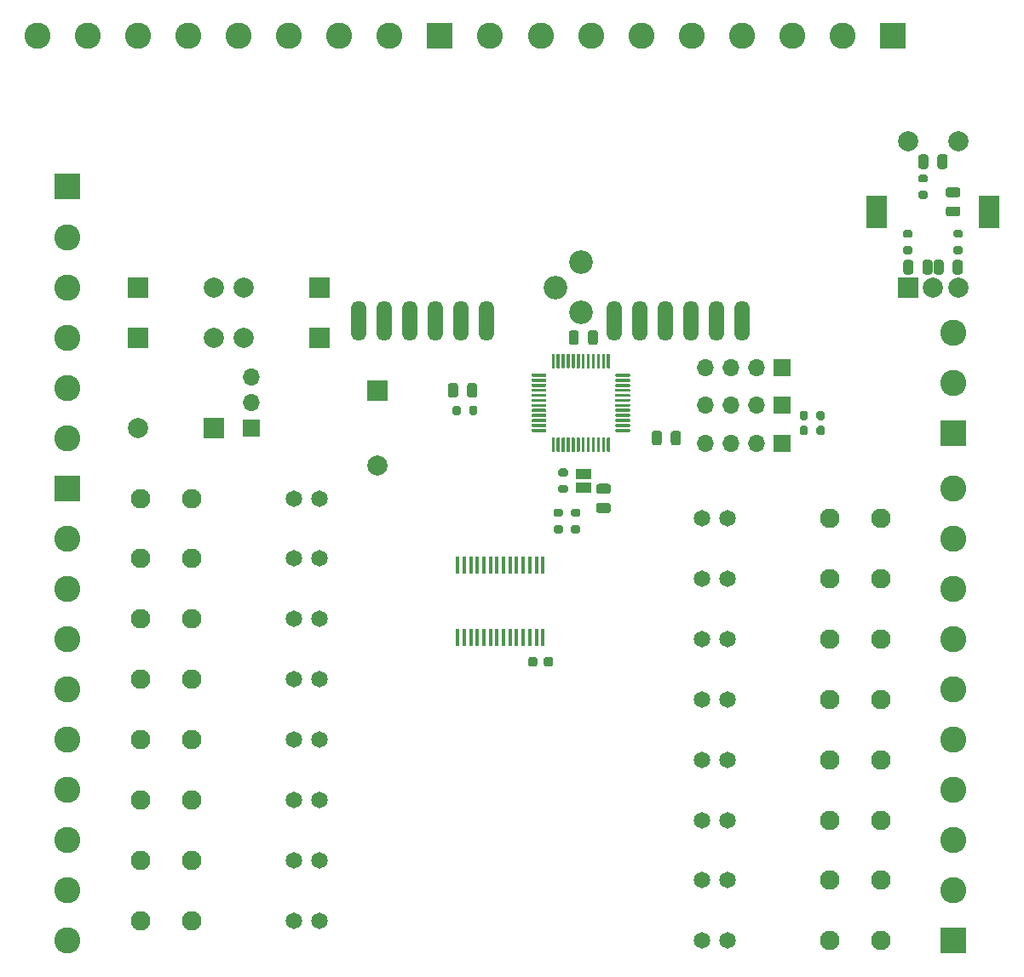
<source format=gbr>
%TF.GenerationSoftware,KiCad,Pcbnew,(5.1.10)-1*%
%TF.CreationDate,2021-06-11T23:30:18+03:00*%
%TF.ProjectId,chiller board,6368696c-6c65-4722-9062-6f6172642e6b,rev?*%
%TF.SameCoordinates,Original*%
%TF.FileFunction,Soldermask,Bot*%
%TF.FilePolarity,Negative*%
%FSLAX46Y46*%
G04 Gerber Fmt 4.6, Leading zero omitted, Abs format (unit mm)*
G04 Created by KiCad (PCBNEW (5.1.10)-1) date 2021-06-11 23:30:18*
%MOMM*%
%LPD*%
G01*
G04 APERTURE LIST*
%ADD10R,0.450000X1.750000*%
%ADD11O,1.700000X1.700000*%
%ADD12R,1.700000X1.700000*%
%ADD13C,1.650000*%
%ADD14C,1.950000*%
%ADD15R,2.000000X2.000000*%
%ADD16C,2.000000*%
%ADD17R,2.000000X3.200000*%
%ADD18O,1.501140X4.000500*%
%ADD19C,2.600000*%
%ADD20R,2.600000X2.600000*%
%ADD21C,2.340000*%
%ADD22R,1.500000X1.000000*%
G04 APERTURE END LIST*
D10*
%TO.C,U5*%
X117025000Y-100600000D03*
X117675000Y-100600000D03*
X118325000Y-100600000D03*
X118975000Y-100600000D03*
X119625000Y-100600000D03*
X120275000Y-100600000D03*
X120925000Y-100600000D03*
X121575000Y-100600000D03*
X122225000Y-100600000D03*
X122875000Y-100600000D03*
X123525000Y-100600000D03*
X124175000Y-100600000D03*
X124825000Y-100600000D03*
X125475000Y-100600000D03*
X125475000Y-93400000D03*
X124825000Y-93400000D03*
X124175000Y-93400000D03*
X123525000Y-93400000D03*
X122875000Y-93400000D03*
X122225000Y-93400000D03*
X121575000Y-93400000D03*
X120925000Y-93400000D03*
X120275000Y-93400000D03*
X119625000Y-93400000D03*
X118975000Y-93400000D03*
X118325000Y-93400000D03*
X117675000Y-93400000D03*
X117025000Y-93400000D03*
%TD*%
D11*
%TO.C,J2*%
X96500000Y-74670000D03*
X96500000Y-77210000D03*
D12*
X96500000Y-79750000D03*
%TD*%
D13*
%TO.C,K1*%
X103250000Y-86750000D03*
X100710000Y-86750000D03*
D14*
X90550000Y-86750000D03*
X85470000Y-86750000D03*
%TD*%
D15*
%TO.C,SW1*%
X161750000Y-65750000D03*
D16*
X164250000Y-65750000D03*
X166750000Y-65750000D03*
D17*
X158650000Y-58250000D03*
X169850000Y-58250000D03*
D16*
X161750000Y-51250000D03*
X166750000Y-51250000D03*
%TD*%
D18*
%TO.C,J1*%
X145251060Y-69050300D03*
X142711060Y-69050300D03*
X140171060Y-69050300D03*
X137631060Y-69050300D03*
X135091060Y-69050300D03*
X132551060Y-69050300D03*
X119851060Y-69050300D03*
X117311060Y-69050300D03*
X114771060Y-69050300D03*
X112231060Y-69050300D03*
X109691060Y-69050300D03*
X107151060Y-69050300D03*
%TD*%
D19*
%TO.C,J13*%
X166250000Y-70250000D03*
X166250000Y-75250000D03*
D20*
X166250000Y-80250000D03*
%TD*%
D19*
%TO.C,J6*%
X78250000Y-80750000D03*
X78250000Y-75750000D03*
X78250000Y-70750000D03*
X78250000Y-65750000D03*
X78250000Y-60750000D03*
D20*
X78250000Y-55750000D03*
%TD*%
D19*
%TO.C,J5*%
X120250000Y-40750000D03*
X125250000Y-40750000D03*
X130250000Y-40750000D03*
X135250000Y-40750000D03*
X140250000Y-40750000D03*
X145250000Y-40750000D03*
X150250000Y-40750000D03*
X155250000Y-40750000D03*
D20*
X160250000Y-40750000D03*
%TD*%
D19*
%TO.C,J3*%
X75250000Y-40750000D03*
X80250000Y-40750000D03*
X85250000Y-40750000D03*
X90250000Y-40750000D03*
X95250000Y-40750000D03*
X100250000Y-40750000D03*
X105250000Y-40750000D03*
X110250000Y-40750000D03*
D20*
X115250000Y-40750000D03*
%TD*%
%TO.C,R31*%
G36*
G01*
X162025000Y-60825000D02*
X161475000Y-60825000D01*
G75*
G02*
X161275000Y-60625000I0J200000D01*
G01*
X161275000Y-60225000D01*
G75*
G02*
X161475000Y-60025000I200000J0D01*
G01*
X162025000Y-60025000D01*
G75*
G02*
X162225000Y-60225000I0J-200000D01*
G01*
X162225000Y-60625000D01*
G75*
G02*
X162025000Y-60825000I-200000J0D01*
G01*
G37*
G36*
G01*
X162025000Y-62475000D02*
X161475000Y-62475000D01*
G75*
G02*
X161275000Y-62275000I0J200000D01*
G01*
X161275000Y-61875000D01*
G75*
G02*
X161475000Y-61675000I200000J0D01*
G01*
X162025000Y-61675000D01*
G75*
G02*
X162225000Y-61875000I0J-200000D01*
G01*
X162225000Y-62275000D01*
G75*
G02*
X162025000Y-62475000I-200000J0D01*
G01*
G37*
%TD*%
%TO.C,R30*%
G36*
G01*
X167025000Y-60825000D02*
X166475000Y-60825000D01*
G75*
G02*
X166275000Y-60625000I0J200000D01*
G01*
X166275000Y-60225000D01*
G75*
G02*
X166475000Y-60025000I200000J0D01*
G01*
X167025000Y-60025000D01*
G75*
G02*
X167225000Y-60225000I0J-200000D01*
G01*
X167225000Y-60625000D01*
G75*
G02*
X167025000Y-60825000I-200000J0D01*
G01*
G37*
G36*
G01*
X167025000Y-62475000D02*
X166475000Y-62475000D01*
G75*
G02*
X166275000Y-62275000I0J200000D01*
G01*
X166275000Y-61875000D01*
G75*
G02*
X166475000Y-61675000I200000J0D01*
G01*
X167025000Y-61675000D01*
G75*
G02*
X167225000Y-61875000I0J-200000D01*
G01*
X167225000Y-62275000D01*
G75*
G02*
X167025000Y-62475000I-200000J0D01*
G01*
G37*
%TD*%
%TO.C,R29*%
G36*
G01*
X162975000Y-56175000D02*
X163525000Y-56175000D01*
G75*
G02*
X163725000Y-56375000I0J-200000D01*
G01*
X163725000Y-56775000D01*
G75*
G02*
X163525000Y-56975000I-200000J0D01*
G01*
X162975000Y-56975000D01*
G75*
G02*
X162775000Y-56775000I0J200000D01*
G01*
X162775000Y-56375000D01*
G75*
G02*
X162975000Y-56175000I200000J0D01*
G01*
G37*
G36*
G01*
X162975000Y-54525000D02*
X163525000Y-54525000D01*
G75*
G02*
X163725000Y-54725000I0J-200000D01*
G01*
X163725000Y-55125000D01*
G75*
G02*
X163525000Y-55325000I-200000J0D01*
G01*
X162975000Y-55325000D01*
G75*
G02*
X162775000Y-55125000I0J200000D01*
G01*
X162775000Y-54725000D01*
G75*
G02*
X162975000Y-54525000I200000J0D01*
G01*
G37*
%TD*%
%TO.C,R28*%
G36*
G01*
X118175000Y-78275000D02*
X118175000Y-77725000D01*
G75*
G02*
X118375000Y-77525000I200000J0D01*
G01*
X118775000Y-77525000D01*
G75*
G02*
X118975000Y-77725000I0J-200000D01*
G01*
X118975000Y-78275000D01*
G75*
G02*
X118775000Y-78475000I-200000J0D01*
G01*
X118375000Y-78475000D01*
G75*
G02*
X118175000Y-78275000I0J200000D01*
G01*
G37*
G36*
G01*
X116525000Y-78275000D02*
X116525000Y-77725000D01*
G75*
G02*
X116725000Y-77525000I200000J0D01*
G01*
X117125000Y-77525000D01*
G75*
G02*
X117325000Y-77725000I0J-200000D01*
G01*
X117325000Y-78275000D01*
G75*
G02*
X117125000Y-78475000I-200000J0D01*
G01*
X116725000Y-78475000D01*
G75*
G02*
X116525000Y-78275000I0J200000D01*
G01*
G37*
%TD*%
%TO.C,R27*%
G36*
G01*
X127775000Y-84575000D02*
X127225000Y-84575000D01*
G75*
G02*
X127025000Y-84375000I0J200000D01*
G01*
X127025000Y-83975000D01*
G75*
G02*
X127225000Y-83775000I200000J0D01*
G01*
X127775000Y-83775000D01*
G75*
G02*
X127975000Y-83975000I0J-200000D01*
G01*
X127975000Y-84375000D01*
G75*
G02*
X127775000Y-84575000I-200000J0D01*
G01*
G37*
G36*
G01*
X127775000Y-86225000D02*
X127225000Y-86225000D01*
G75*
G02*
X127025000Y-86025000I0J200000D01*
G01*
X127025000Y-85625000D01*
G75*
G02*
X127225000Y-85425000I200000J0D01*
G01*
X127775000Y-85425000D01*
G75*
G02*
X127975000Y-85625000I0J-200000D01*
G01*
X127975000Y-86025000D01*
G75*
G02*
X127775000Y-86225000I-200000J0D01*
G01*
G37*
%TD*%
%TO.C,R26*%
G36*
G01*
X151825000Y-79725000D02*
X151825000Y-80275000D01*
G75*
G02*
X151625000Y-80475000I-200000J0D01*
G01*
X151225000Y-80475000D01*
G75*
G02*
X151025000Y-80275000I0J200000D01*
G01*
X151025000Y-79725000D01*
G75*
G02*
X151225000Y-79525000I200000J0D01*
G01*
X151625000Y-79525000D01*
G75*
G02*
X151825000Y-79725000I0J-200000D01*
G01*
G37*
G36*
G01*
X153475000Y-79725000D02*
X153475000Y-80275000D01*
G75*
G02*
X153275000Y-80475000I-200000J0D01*
G01*
X152875000Y-80475000D01*
G75*
G02*
X152675000Y-80275000I0J200000D01*
G01*
X152675000Y-79725000D01*
G75*
G02*
X152875000Y-79525000I200000J0D01*
G01*
X153275000Y-79525000D01*
G75*
G02*
X153475000Y-79725000I0J-200000D01*
G01*
G37*
%TD*%
%TO.C,R25*%
G36*
G01*
X151825000Y-78225000D02*
X151825000Y-78775000D01*
G75*
G02*
X151625000Y-78975000I-200000J0D01*
G01*
X151225000Y-78975000D01*
G75*
G02*
X151025000Y-78775000I0J200000D01*
G01*
X151025000Y-78225000D01*
G75*
G02*
X151225000Y-78025000I200000J0D01*
G01*
X151625000Y-78025000D01*
G75*
G02*
X151825000Y-78225000I0J-200000D01*
G01*
G37*
G36*
G01*
X153475000Y-78225000D02*
X153475000Y-78775000D01*
G75*
G02*
X153275000Y-78975000I-200000J0D01*
G01*
X152875000Y-78975000D01*
G75*
G02*
X152675000Y-78775000I0J200000D01*
G01*
X152675000Y-78225000D01*
G75*
G02*
X152875000Y-78025000I200000J0D01*
G01*
X153275000Y-78025000D01*
G75*
G02*
X153475000Y-78225000I0J-200000D01*
G01*
G37*
%TD*%
%TO.C,R24*%
G36*
G01*
X129025000Y-88575000D02*
X128475000Y-88575000D01*
G75*
G02*
X128275000Y-88375000I0J200000D01*
G01*
X128275000Y-87975000D01*
G75*
G02*
X128475000Y-87775000I200000J0D01*
G01*
X129025000Y-87775000D01*
G75*
G02*
X129225000Y-87975000I0J-200000D01*
G01*
X129225000Y-88375000D01*
G75*
G02*
X129025000Y-88575000I-200000J0D01*
G01*
G37*
G36*
G01*
X129025000Y-90225000D02*
X128475000Y-90225000D01*
G75*
G02*
X128275000Y-90025000I0J200000D01*
G01*
X128275000Y-89625000D01*
G75*
G02*
X128475000Y-89425000I200000J0D01*
G01*
X129025000Y-89425000D01*
G75*
G02*
X129225000Y-89625000I0J-200000D01*
G01*
X129225000Y-90025000D01*
G75*
G02*
X129025000Y-90225000I-200000J0D01*
G01*
G37*
%TD*%
%TO.C,R23*%
G36*
G01*
X127275000Y-88575000D02*
X126725000Y-88575000D01*
G75*
G02*
X126525000Y-88375000I0J200000D01*
G01*
X126525000Y-87975000D01*
G75*
G02*
X126725000Y-87775000I200000J0D01*
G01*
X127275000Y-87775000D01*
G75*
G02*
X127475000Y-87975000I0J-200000D01*
G01*
X127475000Y-88375000D01*
G75*
G02*
X127275000Y-88575000I-200000J0D01*
G01*
G37*
G36*
G01*
X127275000Y-90225000D02*
X126725000Y-90225000D01*
G75*
G02*
X126525000Y-90025000I0J200000D01*
G01*
X126525000Y-89625000D01*
G75*
G02*
X126725000Y-89425000I200000J0D01*
G01*
X127275000Y-89425000D01*
G75*
G02*
X127475000Y-89625000I0J-200000D01*
G01*
X127475000Y-90025000D01*
G75*
G02*
X127275000Y-90225000I-200000J0D01*
G01*
G37*
%TD*%
%TO.C,U3*%
G36*
G01*
X124350000Y-80075000D02*
X124350000Y-79925000D01*
G75*
G02*
X124425000Y-79850000I75000J0D01*
G01*
X125750000Y-79850000D01*
G75*
G02*
X125825000Y-79925000I0J-75000D01*
G01*
X125825000Y-80075000D01*
G75*
G02*
X125750000Y-80150000I-75000J0D01*
G01*
X124425000Y-80150000D01*
G75*
G02*
X124350000Y-80075000I0J75000D01*
G01*
G37*
G36*
G01*
X124350000Y-79575000D02*
X124350000Y-79425000D01*
G75*
G02*
X124425000Y-79350000I75000J0D01*
G01*
X125750000Y-79350000D01*
G75*
G02*
X125825000Y-79425000I0J-75000D01*
G01*
X125825000Y-79575000D01*
G75*
G02*
X125750000Y-79650000I-75000J0D01*
G01*
X124425000Y-79650000D01*
G75*
G02*
X124350000Y-79575000I0J75000D01*
G01*
G37*
G36*
G01*
X124350000Y-79075000D02*
X124350000Y-78925000D01*
G75*
G02*
X124425000Y-78850000I75000J0D01*
G01*
X125750000Y-78850000D01*
G75*
G02*
X125825000Y-78925000I0J-75000D01*
G01*
X125825000Y-79075000D01*
G75*
G02*
X125750000Y-79150000I-75000J0D01*
G01*
X124425000Y-79150000D01*
G75*
G02*
X124350000Y-79075000I0J75000D01*
G01*
G37*
G36*
G01*
X124350000Y-78575000D02*
X124350000Y-78425000D01*
G75*
G02*
X124425000Y-78350000I75000J0D01*
G01*
X125750000Y-78350000D01*
G75*
G02*
X125825000Y-78425000I0J-75000D01*
G01*
X125825000Y-78575000D01*
G75*
G02*
X125750000Y-78650000I-75000J0D01*
G01*
X124425000Y-78650000D01*
G75*
G02*
X124350000Y-78575000I0J75000D01*
G01*
G37*
G36*
G01*
X124350000Y-78075000D02*
X124350000Y-77925000D01*
G75*
G02*
X124425000Y-77850000I75000J0D01*
G01*
X125750000Y-77850000D01*
G75*
G02*
X125825000Y-77925000I0J-75000D01*
G01*
X125825000Y-78075000D01*
G75*
G02*
X125750000Y-78150000I-75000J0D01*
G01*
X124425000Y-78150000D01*
G75*
G02*
X124350000Y-78075000I0J75000D01*
G01*
G37*
G36*
G01*
X124350000Y-77575000D02*
X124350000Y-77425000D01*
G75*
G02*
X124425000Y-77350000I75000J0D01*
G01*
X125750000Y-77350000D01*
G75*
G02*
X125825000Y-77425000I0J-75000D01*
G01*
X125825000Y-77575000D01*
G75*
G02*
X125750000Y-77650000I-75000J0D01*
G01*
X124425000Y-77650000D01*
G75*
G02*
X124350000Y-77575000I0J75000D01*
G01*
G37*
G36*
G01*
X124350000Y-77075000D02*
X124350000Y-76925000D01*
G75*
G02*
X124425000Y-76850000I75000J0D01*
G01*
X125750000Y-76850000D01*
G75*
G02*
X125825000Y-76925000I0J-75000D01*
G01*
X125825000Y-77075000D01*
G75*
G02*
X125750000Y-77150000I-75000J0D01*
G01*
X124425000Y-77150000D01*
G75*
G02*
X124350000Y-77075000I0J75000D01*
G01*
G37*
G36*
G01*
X124350000Y-76575000D02*
X124350000Y-76425000D01*
G75*
G02*
X124425000Y-76350000I75000J0D01*
G01*
X125750000Y-76350000D01*
G75*
G02*
X125825000Y-76425000I0J-75000D01*
G01*
X125825000Y-76575000D01*
G75*
G02*
X125750000Y-76650000I-75000J0D01*
G01*
X124425000Y-76650000D01*
G75*
G02*
X124350000Y-76575000I0J75000D01*
G01*
G37*
G36*
G01*
X124350000Y-76075000D02*
X124350000Y-75925000D01*
G75*
G02*
X124425000Y-75850000I75000J0D01*
G01*
X125750000Y-75850000D01*
G75*
G02*
X125825000Y-75925000I0J-75000D01*
G01*
X125825000Y-76075000D01*
G75*
G02*
X125750000Y-76150000I-75000J0D01*
G01*
X124425000Y-76150000D01*
G75*
G02*
X124350000Y-76075000I0J75000D01*
G01*
G37*
G36*
G01*
X124350000Y-75575000D02*
X124350000Y-75425000D01*
G75*
G02*
X124425000Y-75350000I75000J0D01*
G01*
X125750000Y-75350000D01*
G75*
G02*
X125825000Y-75425000I0J-75000D01*
G01*
X125825000Y-75575000D01*
G75*
G02*
X125750000Y-75650000I-75000J0D01*
G01*
X124425000Y-75650000D01*
G75*
G02*
X124350000Y-75575000I0J75000D01*
G01*
G37*
G36*
G01*
X124350000Y-75075000D02*
X124350000Y-74925000D01*
G75*
G02*
X124425000Y-74850000I75000J0D01*
G01*
X125750000Y-74850000D01*
G75*
G02*
X125825000Y-74925000I0J-75000D01*
G01*
X125825000Y-75075000D01*
G75*
G02*
X125750000Y-75150000I-75000J0D01*
G01*
X124425000Y-75150000D01*
G75*
G02*
X124350000Y-75075000I0J75000D01*
G01*
G37*
G36*
G01*
X124350000Y-74575000D02*
X124350000Y-74425000D01*
G75*
G02*
X124425000Y-74350000I75000J0D01*
G01*
X125750000Y-74350000D01*
G75*
G02*
X125825000Y-74425000I0J-75000D01*
G01*
X125825000Y-74575000D01*
G75*
G02*
X125750000Y-74650000I-75000J0D01*
G01*
X124425000Y-74650000D01*
G75*
G02*
X124350000Y-74575000I0J75000D01*
G01*
G37*
G36*
G01*
X126350000Y-73750000D02*
X126350000Y-72425000D01*
G75*
G02*
X126425000Y-72350000I75000J0D01*
G01*
X126575000Y-72350000D01*
G75*
G02*
X126650000Y-72425000I0J-75000D01*
G01*
X126650000Y-73750000D01*
G75*
G02*
X126575000Y-73825000I-75000J0D01*
G01*
X126425000Y-73825000D01*
G75*
G02*
X126350000Y-73750000I0J75000D01*
G01*
G37*
G36*
G01*
X126850000Y-73750000D02*
X126850000Y-72425000D01*
G75*
G02*
X126925000Y-72350000I75000J0D01*
G01*
X127075000Y-72350000D01*
G75*
G02*
X127150000Y-72425000I0J-75000D01*
G01*
X127150000Y-73750000D01*
G75*
G02*
X127075000Y-73825000I-75000J0D01*
G01*
X126925000Y-73825000D01*
G75*
G02*
X126850000Y-73750000I0J75000D01*
G01*
G37*
G36*
G01*
X127350000Y-73750000D02*
X127350000Y-72425000D01*
G75*
G02*
X127425000Y-72350000I75000J0D01*
G01*
X127575000Y-72350000D01*
G75*
G02*
X127650000Y-72425000I0J-75000D01*
G01*
X127650000Y-73750000D01*
G75*
G02*
X127575000Y-73825000I-75000J0D01*
G01*
X127425000Y-73825000D01*
G75*
G02*
X127350000Y-73750000I0J75000D01*
G01*
G37*
G36*
G01*
X127850000Y-73750000D02*
X127850000Y-72425000D01*
G75*
G02*
X127925000Y-72350000I75000J0D01*
G01*
X128075000Y-72350000D01*
G75*
G02*
X128150000Y-72425000I0J-75000D01*
G01*
X128150000Y-73750000D01*
G75*
G02*
X128075000Y-73825000I-75000J0D01*
G01*
X127925000Y-73825000D01*
G75*
G02*
X127850000Y-73750000I0J75000D01*
G01*
G37*
G36*
G01*
X128350000Y-73750000D02*
X128350000Y-72425000D01*
G75*
G02*
X128425000Y-72350000I75000J0D01*
G01*
X128575000Y-72350000D01*
G75*
G02*
X128650000Y-72425000I0J-75000D01*
G01*
X128650000Y-73750000D01*
G75*
G02*
X128575000Y-73825000I-75000J0D01*
G01*
X128425000Y-73825000D01*
G75*
G02*
X128350000Y-73750000I0J75000D01*
G01*
G37*
G36*
G01*
X128850000Y-73750000D02*
X128850000Y-72425000D01*
G75*
G02*
X128925000Y-72350000I75000J0D01*
G01*
X129075000Y-72350000D01*
G75*
G02*
X129150000Y-72425000I0J-75000D01*
G01*
X129150000Y-73750000D01*
G75*
G02*
X129075000Y-73825000I-75000J0D01*
G01*
X128925000Y-73825000D01*
G75*
G02*
X128850000Y-73750000I0J75000D01*
G01*
G37*
G36*
G01*
X129350000Y-73750000D02*
X129350000Y-72425000D01*
G75*
G02*
X129425000Y-72350000I75000J0D01*
G01*
X129575000Y-72350000D01*
G75*
G02*
X129650000Y-72425000I0J-75000D01*
G01*
X129650000Y-73750000D01*
G75*
G02*
X129575000Y-73825000I-75000J0D01*
G01*
X129425000Y-73825000D01*
G75*
G02*
X129350000Y-73750000I0J75000D01*
G01*
G37*
G36*
G01*
X129850000Y-73750000D02*
X129850000Y-72425000D01*
G75*
G02*
X129925000Y-72350000I75000J0D01*
G01*
X130075000Y-72350000D01*
G75*
G02*
X130150000Y-72425000I0J-75000D01*
G01*
X130150000Y-73750000D01*
G75*
G02*
X130075000Y-73825000I-75000J0D01*
G01*
X129925000Y-73825000D01*
G75*
G02*
X129850000Y-73750000I0J75000D01*
G01*
G37*
G36*
G01*
X130350000Y-73750000D02*
X130350000Y-72425000D01*
G75*
G02*
X130425000Y-72350000I75000J0D01*
G01*
X130575000Y-72350000D01*
G75*
G02*
X130650000Y-72425000I0J-75000D01*
G01*
X130650000Y-73750000D01*
G75*
G02*
X130575000Y-73825000I-75000J0D01*
G01*
X130425000Y-73825000D01*
G75*
G02*
X130350000Y-73750000I0J75000D01*
G01*
G37*
G36*
G01*
X130850000Y-73750000D02*
X130850000Y-72425000D01*
G75*
G02*
X130925000Y-72350000I75000J0D01*
G01*
X131075000Y-72350000D01*
G75*
G02*
X131150000Y-72425000I0J-75000D01*
G01*
X131150000Y-73750000D01*
G75*
G02*
X131075000Y-73825000I-75000J0D01*
G01*
X130925000Y-73825000D01*
G75*
G02*
X130850000Y-73750000I0J75000D01*
G01*
G37*
G36*
G01*
X131350000Y-73750000D02*
X131350000Y-72425000D01*
G75*
G02*
X131425000Y-72350000I75000J0D01*
G01*
X131575000Y-72350000D01*
G75*
G02*
X131650000Y-72425000I0J-75000D01*
G01*
X131650000Y-73750000D01*
G75*
G02*
X131575000Y-73825000I-75000J0D01*
G01*
X131425000Y-73825000D01*
G75*
G02*
X131350000Y-73750000I0J75000D01*
G01*
G37*
G36*
G01*
X131850000Y-73750000D02*
X131850000Y-72425000D01*
G75*
G02*
X131925000Y-72350000I75000J0D01*
G01*
X132075000Y-72350000D01*
G75*
G02*
X132150000Y-72425000I0J-75000D01*
G01*
X132150000Y-73750000D01*
G75*
G02*
X132075000Y-73825000I-75000J0D01*
G01*
X131925000Y-73825000D01*
G75*
G02*
X131850000Y-73750000I0J75000D01*
G01*
G37*
G36*
G01*
X132675000Y-74575000D02*
X132675000Y-74425000D01*
G75*
G02*
X132750000Y-74350000I75000J0D01*
G01*
X134075000Y-74350000D01*
G75*
G02*
X134150000Y-74425000I0J-75000D01*
G01*
X134150000Y-74575000D01*
G75*
G02*
X134075000Y-74650000I-75000J0D01*
G01*
X132750000Y-74650000D01*
G75*
G02*
X132675000Y-74575000I0J75000D01*
G01*
G37*
G36*
G01*
X132675000Y-75075000D02*
X132675000Y-74925000D01*
G75*
G02*
X132750000Y-74850000I75000J0D01*
G01*
X134075000Y-74850000D01*
G75*
G02*
X134150000Y-74925000I0J-75000D01*
G01*
X134150000Y-75075000D01*
G75*
G02*
X134075000Y-75150000I-75000J0D01*
G01*
X132750000Y-75150000D01*
G75*
G02*
X132675000Y-75075000I0J75000D01*
G01*
G37*
G36*
G01*
X132675000Y-75575000D02*
X132675000Y-75425000D01*
G75*
G02*
X132750000Y-75350000I75000J0D01*
G01*
X134075000Y-75350000D01*
G75*
G02*
X134150000Y-75425000I0J-75000D01*
G01*
X134150000Y-75575000D01*
G75*
G02*
X134075000Y-75650000I-75000J0D01*
G01*
X132750000Y-75650000D01*
G75*
G02*
X132675000Y-75575000I0J75000D01*
G01*
G37*
G36*
G01*
X132675000Y-76075000D02*
X132675000Y-75925000D01*
G75*
G02*
X132750000Y-75850000I75000J0D01*
G01*
X134075000Y-75850000D01*
G75*
G02*
X134150000Y-75925000I0J-75000D01*
G01*
X134150000Y-76075000D01*
G75*
G02*
X134075000Y-76150000I-75000J0D01*
G01*
X132750000Y-76150000D01*
G75*
G02*
X132675000Y-76075000I0J75000D01*
G01*
G37*
G36*
G01*
X132675000Y-76575000D02*
X132675000Y-76425000D01*
G75*
G02*
X132750000Y-76350000I75000J0D01*
G01*
X134075000Y-76350000D01*
G75*
G02*
X134150000Y-76425000I0J-75000D01*
G01*
X134150000Y-76575000D01*
G75*
G02*
X134075000Y-76650000I-75000J0D01*
G01*
X132750000Y-76650000D01*
G75*
G02*
X132675000Y-76575000I0J75000D01*
G01*
G37*
G36*
G01*
X132675000Y-77075000D02*
X132675000Y-76925000D01*
G75*
G02*
X132750000Y-76850000I75000J0D01*
G01*
X134075000Y-76850000D01*
G75*
G02*
X134150000Y-76925000I0J-75000D01*
G01*
X134150000Y-77075000D01*
G75*
G02*
X134075000Y-77150000I-75000J0D01*
G01*
X132750000Y-77150000D01*
G75*
G02*
X132675000Y-77075000I0J75000D01*
G01*
G37*
G36*
G01*
X132675000Y-77575000D02*
X132675000Y-77425000D01*
G75*
G02*
X132750000Y-77350000I75000J0D01*
G01*
X134075000Y-77350000D01*
G75*
G02*
X134150000Y-77425000I0J-75000D01*
G01*
X134150000Y-77575000D01*
G75*
G02*
X134075000Y-77650000I-75000J0D01*
G01*
X132750000Y-77650000D01*
G75*
G02*
X132675000Y-77575000I0J75000D01*
G01*
G37*
G36*
G01*
X132675000Y-78075000D02*
X132675000Y-77925000D01*
G75*
G02*
X132750000Y-77850000I75000J0D01*
G01*
X134075000Y-77850000D01*
G75*
G02*
X134150000Y-77925000I0J-75000D01*
G01*
X134150000Y-78075000D01*
G75*
G02*
X134075000Y-78150000I-75000J0D01*
G01*
X132750000Y-78150000D01*
G75*
G02*
X132675000Y-78075000I0J75000D01*
G01*
G37*
G36*
G01*
X132675000Y-78575000D02*
X132675000Y-78425000D01*
G75*
G02*
X132750000Y-78350000I75000J0D01*
G01*
X134075000Y-78350000D01*
G75*
G02*
X134150000Y-78425000I0J-75000D01*
G01*
X134150000Y-78575000D01*
G75*
G02*
X134075000Y-78650000I-75000J0D01*
G01*
X132750000Y-78650000D01*
G75*
G02*
X132675000Y-78575000I0J75000D01*
G01*
G37*
G36*
G01*
X132675000Y-79075000D02*
X132675000Y-78925000D01*
G75*
G02*
X132750000Y-78850000I75000J0D01*
G01*
X134075000Y-78850000D01*
G75*
G02*
X134150000Y-78925000I0J-75000D01*
G01*
X134150000Y-79075000D01*
G75*
G02*
X134075000Y-79150000I-75000J0D01*
G01*
X132750000Y-79150000D01*
G75*
G02*
X132675000Y-79075000I0J75000D01*
G01*
G37*
G36*
G01*
X132675000Y-79575000D02*
X132675000Y-79425000D01*
G75*
G02*
X132750000Y-79350000I75000J0D01*
G01*
X134075000Y-79350000D01*
G75*
G02*
X134150000Y-79425000I0J-75000D01*
G01*
X134150000Y-79575000D01*
G75*
G02*
X134075000Y-79650000I-75000J0D01*
G01*
X132750000Y-79650000D01*
G75*
G02*
X132675000Y-79575000I0J75000D01*
G01*
G37*
G36*
G01*
X132675000Y-80075000D02*
X132675000Y-79925000D01*
G75*
G02*
X132750000Y-79850000I75000J0D01*
G01*
X134075000Y-79850000D01*
G75*
G02*
X134150000Y-79925000I0J-75000D01*
G01*
X134150000Y-80075000D01*
G75*
G02*
X134075000Y-80150000I-75000J0D01*
G01*
X132750000Y-80150000D01*
G75*
G02*
X132675000Y-80075000I0J75000D01*
G01*
G37*
G36*
G01*
X131850000Y-82075000D02*
X131850000Y-80750000D01*
G75*
G02*
X131925000Y-80675000I75000J0D01*
G01*
X132075000Y-80675000D01*
G75*
G02*
X132150000Y-80750000I0J-75000D01*
G01*
X132150000Y-82075000D01*
G75*
G02*
X132075000Y-82150000I-75000J0D01*
G01*
X131925000Y-82150000D01*
G75*
G02*
X131850000Y-82075000I0J75000D01*
G01*
G37*
G36*
G01*
X131350000Y-82075000D02*
X131350000Y-80750000D01*
G75*
G02*
X131425000Y-80675000I75000J0D01*
G01*
X131575000Y-80675000D01*
G75*
G02*
X131650000Y-80750000I0J-75000D01*
G01*
X131650000Y-82075000D01*
G75*
G02*
X131575000Y-82150000I-75000J0D01*
G01*
X131425000Y-82150000D01*
G75*
G02*
X131350000Y-82075000I0J75000D01*
G01*
G37*
G36*
G01*
X130850000Y-82075000D02*
X130850000Y-80750000D01*
G75*
G02*
X130925000Y-80675000I75000J0D01*
G01*
X131075000Y-80675000D01*
G75*
G02*
X131150000Y-80750000I0J-75000D01*
G01*
X131150000Y-82075000D01*
G75*
G02*
X131075000Y-82150000I-75000J0D01*
G01*
X130925000Y-82150000D01*
G75*
G02*
X130850000Y-82075000I0J75000D01*
G01*
G37*
G36*
G01*
X130350000Y-82075000D02*
X130350000Y-80750000D01*
G75*
G02*
X130425000Y-80675000I75000J0D01*
G01*
X130575000Y-80675000D01*
G75*
G02*
X130650000Y-80750000I0J-75000D01*
G01*
X130650000Y-82075000D01*
G75*
G02*
X130575000Y-82150000I-75000J0D01*
G01*
X130425000Y-82150000D01*
G75*
G02*
X130350000Y-82075000I0J75000D01*
G01*
G37*
G36*
G01*
X129850000Y-82075000D02*
X129850000Y-80750000D01*
G75*
G02*
X129925000Y-80675000I75000J0D01*
G01*
X130075000Y-80675000D01*
G75*
G02*
X130150000Y-80750000I0J-75000D01*
G01*
X130150000Y-82075000D01*
G75*
G02*
X130075000Y-82150000I-75000J0D01*
G01*
X129925000Y-82150000D01*
G75*
G02*
X129850000Y-82075000I0J75000D01*
G01*
G37*
G36*
G01*
X129350000Y-82075000D02*
X129350000Y-80750000D01*
G75*
G02*
X129425000Y-80675000I75000J0D01*
G01*
X129575000Y-80675000D01*
G75*
G02*
X129650000Y-80750000I0J-75000D01*
G01*
X129650000Y-82075000D01*
G75*
G02*
X129575000Y-82150000I-75000J0D01*
G01*
X129425000Y-82150000D01*
G75*
G02*
X129350000Y-82075000I0J75000D01*
G01*
G37*
G36*
G01*
X128850000Y-82075000D02*
X128850000Y-80750000D01*
G75*
G02*
X128925000Y-80675000I75000J0D01*
G01*
X129075000Y-80675000D01*
G75*
G02*
X129150000Y-80750000I0J-75000D01*
G01*
X129150000Y-82075000D01*
G75*
G02*
X129075000Y-82150000I-75000J0D01*
G01*
X128925000Y-82150000D01*
G75*
G02*
X128850000Y-82075000I0J75000D01*
G01*
G37*
G36*
G01*
X128350000Y-82075000D02*
X128350000Y-80750000D01*
G75*
G02*
X128425000Y-80675000I75000J0D01*
G01*
X128575000Y-80675000D01*
G75*
G02*
X128650000Y-80750000I0J-75000D01*
G01*
X128650000Y-82075000D01*
G75*
G02*
X128575000Y-82150000I-75000J0D01*
G01*
X128425000Y-82150000D01*
G75*
G02*
X128350000Y-82075000I0J75000D01*
G01*
G37*
G36*
G01*
X127850000Y-82075000D02*
X127850000Y-80750000D01*
G75*
G02*
X127925000Y-80675000I75000J0D01*
G01*
X128075000Y-80675000D01*
G75*
G02*
X128150000Y-80750000I0J-75000D01*
G01*
X128150000Y-82075000D01*
G75*
G02*
X128075000Y-82150000I-75000J0D01*
G01*
X127925000Y-82150000D01*
G75*
G02*
X127850000Y-82075000I0J75000D01*
G01*
G37*
G36*
G01*
X127350000Y-82075000D02*
X127350000Y-80750000D01*
G75*
G02*
X127425000Y-80675000I75000J0D01*
G01*
X127575000Y-80675000D01*
G75*
G02*
X127650000Y-80750000I0J-75000D01*
G01*
X127650000Y-82075000D01*
G75*
G02*
X127575000Y-82150000I-75000J0D01*
G01*
X127425000Y-82150000D01*
G75*
G02*
X127350000Y-82075000I0J75000D01*
G01*
G37*
G36*
G01*
X126850000Y-82075000D02*
X126850000Y-80750000D01*
G75*
G02*
X126925000Y-80675000I75000J0D01*
G01*
X127075000Y-80675000D01*
G75*
G02*
X127150000Y-80750000I0J-75000D01*
G01*
X127150000Y-82075000D01*
G75*
G02*
X127075000Y-82150000I-75000J0D01*
G01*
X126925000Y-82150000D01*
G75*
G02*
X126850000Y-82075000I0J75000D01*
G01*
G37*
G36*
G01*
X126350000Y-82075000D02*
X126350000Y-80750000D01*
G75*
G02*
X126425000Y-80675000I75000J0D01*
G01*
X126575000Y-80675000D01*
G75*
G02*
X126650000Y-80750000I0J-75000D01*
G01*
X126650000Y-82075000D01*
G75*
G02*
X126575000Y-82150000I-75000J0D01*
G01*
X126425000Y-82150000D01*
G75*
G02*
X126350000Y-82075000I0J75000D01*
G01*
G37*
%TD*%
D21*
%TO.C,RV1*%
X129250000Y-68250000D03*
X126750000Y-65750000D03*
X129250000Y-63250000D03*
%TD*%
D13*
%TO.C,K16*%
X141250000Y-130750000D03*
X143790000Y-130750000D03*
D14*
X153950000Y-130750000D03*
X159030000Y-130750000D03*
%TD*%
D13*
%TO.C,K15*%
X141250000Y-124750000D03*
X143790000Y-124750000D03*
D14*
X153950000Y-124750000D03*
X159030000Y-124750000D03*
%TD*%
D13*
%TO.C,K14*%
X141250000Y-118750000D03*
X143790000Y-118750000D03*
D14*
X153950000Y-118750000D03*
X159030000Y-118750000D03*
%TD*%
D13*
%TO.C,K13*%
X141250000Y-112750000D03*
X143790000Y-112750000D03*
D14*
X153950000Y-112750000D03*
X159030000Y-112750000D03*
%TD*%
D13*
%TO.C,K12*%
X141250000Y-106750000D03*
X143790000Y-106750000D03*
D14*
X153950000Y-106750000D03*
X159030000Y-106750000D03*
%TD*%
D13*
%TO.C,K11*%
X141250000Y-100750000D03*
X143790000Y-100750000D03*
D14*
X153950000Y-100750000D03*
X159030000Y-100750000D03*
%TD*%
D13*
%TO.C,K10*%
X141250000Y-94750000D03*
X143790000Y-94750000D03*
D14*
X153950000Y-94750000D03*
X159030000Y-94750000D03*
%TD*%
D13*
%TO.C,K9*%
X141250000Y-88750000D03*
X143790000Y-88750000D03*
D14*
X153950000Y-88750000D03*
X159030000Y-88750000D03*
%TD*%
D13*
%TO.C,K8*%
X103250000Y-128750000D03*
X100710000Y-128750000D03*
D14*
X90550000Y-128750000D03*
X85470000Y-128750000D03*
%TD*%
D13*
%TO.C,K7*%
X103250000Y-122750000D03*
X100710000Y-122750000D03*
D14*
X90550000Y-122750000D03*
X85470000Y-122750000D03*
%TD*%
D13*
%TO.C,K6*%
X103250000Y-116750000D03*
X100710000Y-116750000D03*
D14*
X90550000Y-116750000D03*
X85470000Y-116750000D03*
%TD*%
D13*
%TO.C,K5*%
X103250000Y-110750000D03*
X100710000Y-110750000D03*
D14*
X90550000Y-110750000D03*
X85470000Y-110750000D03*
%TD*%
D13*
%TO.C,K4*%
X103250000Y-104750000D03*
X100710000Y-104750000D03*
D14*
X90550000Y-104750000D03*
X85470000Y-104750000D03*
%TD*%
D13*
%TO.C,K3*%
X103250000Y-98750000D03*
X100710000Y-98750000D03*
D14*
X90550000Y-98750000D03*
X85470000Y-98750000D03*
%TD*%
D13*
%TO.C,K2*%
X103250000Y-92750000D03*
X100710000Y-92750000D03*
D14*
X90550000Y-92750000D03*
X85470000Y-92750000D03*
%TD*%
D22*
%TO.C,JP2*%
X129500000Y-84350000D03*
X129500000Y-85650000D03*
%TD*%
D20*
%TO.C,J12*%
X166250000Y-130750000D03*
D19*
X166250000Y-125750000D03*
X166250000Y-120750000D03*
X166250000Y-115750000D03*
X166250000Y-110750000D03*
X166250000Y-105750000D03*
X166250000Y-100750000D03*
X166250000Y-95750000D03*
X166250000Y-90750000D03*
X166250000Y-85750000D03*
%TD*%
D20*
%TO.C,J11*%
X78250000Y-85750000D03*
D19*
X78250000Y-90750000D03*
X78250000Y-95750000D03*
X78250000Y-100750000D03*
X78250000Y-105750000D03*
X78250000Y-110750000D03*
X78250000Y-115750000D03*
X78250000Y-120750000D03*
X78250000Y-125750000D03*
X78250000Y-130750000D03*
%TD*%
D12*
%TO.C,J8*%
X149250000Y-73750000D03*
D11*
X146710000Y-73750000D03*
X144170000Y-73750000D03*
X141630000Y-73750000D03*
%TD*%
D12*
%TO.C,J7*%
X149250000Y-81250000D03*
D11*
X146710000Y-81250000D03*
X144170000Y-81250000D03*
X141630000Y-81250000D03*
%TD*%
D12*
%TO.C,J4*%
X149250000Y-77500000D03*
D11*
X146710000Y-77500000D03*
X144170000Y-77500000D03*
X141630000Y-77500000D03*
%TD*%
%TO.C,C31*%
G36*
G01*
X124025000Y-103250000D02*
X124025000Y-102750000D01*
G75*
G02*
X124250000Y-102525000I225000J0D01*
G01*
X124700000Y-102525000D01*
G75*
G02*
X124925000Y-102750000I0J-225000D01*
G01*
X124925000Y-103250000D01*
G75*
G02*
X124700000Y-103475000I-225000J0D01*
G01*
X124250000Y-103475000D01*
G75*
G02*
X124025000Y-103250000I0J225000D01*
G01*
G37*
G36*
G01*
X125575000Y-103250000D02*
X125575000Y-102750000D01*
G75*
G02*
X125800000Y-102525000I225000J0D01*
G01*
X126250000Y-102525000D01*
G75*
G02*
X126475000Y-102750000I0J-225000D01*
G01*
X126475000Y-103250000D01*
G75*
G02*
X126250000Y-103475000I-225000J0D01*
G01*
X125800000Y-103475000D01*
G75*
G02*
X125575000Y-103250000I0J225000D01*
G01*
G37*
%TD*%
D15*
%TO.C,C28*%
X85250000Y-70750000D03*
D16*
X92750000Y-70750000D03*
%TD*%
D15*
%TO.C,C27*%
X92750000Y-79750000D03*
D16*
X85250000Y-79750000D03*
%TD*%
%TO.C,C26*%
G36*
G01*
X131975000Y-88200000D02*
X131025000Y-88200000D01*
G75*
G02*
X130775000Y-87950000I0J250000D01*
G01*
X130775000Y-87450000D01*
G75*
G02*
X131025000Y-87200000I250000J0D01*
G01*
X131975000Y-87200000D01*
G75*
G02*
X132225000Y-87450000I0J-250000D01*
G01*
X132225000Y-87950000D01*
G75*
G02*
X131975000Y-88200000I-250000J0D01*
G01*
G37*
G36*
G01*
X131975000Y-86300000D02*
X131025000Y-86300000D01*
G75*
G02*
X130775000Y-86050000I0J250000D01*
G01*
X130775000Y-85550000D01*
G75*
G02*
X131025000Y-85300000I250000J0D01*
G01*
X131975000Y-85300000D01*
G75*
G02*
X132225000Y-85550000I0J-250000D01*
G01*
X132225000Y-86050000D01*
G75*
G02*
X131975000Y-86300000I-250000J0D01*
G01*
G37*
%TD*%
%TO.C,C25*%
G36*
G01*
X130950000Y-70275000D02*
X130950000Y-71225000D01*
G75*
G02*
X130700000Y-71475000I-250000J0D01*
G01*
X130200000Y-71475000D01*
G75*
G02*
X129950000Y-71225000I0J250000D01*
G01*
X129950000Y-70275000D01*
G75*
G02*
X130200000Y-70025000I250000J0D01*
G01*
X130700000Y-70025000D01*
G75*
G02*
X130950000Y-70275000I0J-250000D01*
G01*
G37*
G36*
G01*
X129050000Y-70275000D02*
X129050000Y-71225000D01*
G75*
G02*
X128800000Y-71475000I-250000J0D01*
G01*
X128300000Y-71475000D01*
G75*
G02*
X128050000Y-71225000I0J250000D01*
G01*
X128050000Y-70275000D01*
G75*
G02*
X128300000Y-70025000I250000J0D01*
G01*
X128800000Y-70025000D01*
G75*
G02*
X129050000Y-70275000I0J-250000D01*
G01*
G37*
%TD*%
D15*
%TO.C,C24*%
X103250000Y-65750000D03*
D16*
X95750000Y-65750000D03*
%TD*%
%TO.C,C23*%
G36*
G01*
X118950000Y-75525000D02*
X118950000Y-76475000D01*
G75*
G02*
X118700000Y-76725000I-250000J0D01*
G01*
X118200000Y-76725000D01*
G75*
G02*
X117950000Y-76475000I0J250000D01*
G01*
X117950000Y-75525000D01*
G75*
G02*
X118200000Y-75275000I250000J0D01*
G01*
X118700000Y-75275000D01*
G75*
G02*
X118950000Y-75525000I0J-250000D01*
G01*
G37*
G36*
G01*
X117050000Y-75525000D02*
X117050000Y-76475000D01*
G75*
G02*
X116800000Y-76725000I-250000J0D01*
G01*
X116300000Y-76725000D01*
G75*
G02*
X116050000Y-76475000I0J250000D01*
G01*
X116050000Y-75525000D01*
G75*
G02*
X116300000Y-75275000I250000J0D01*
G01*
X116800000Y-75275000D01*
G75*
G02*
X117050000Y-75525000I0J-250000D01*
G01*
G37*
%TD*%
%TO.C,C22*%
G36*
G01*
X136300000Y-81225000D02*
X136300000Y-80275000D01*
G75*
G02*
X136550000Y-80025000I250000J0D01*
G01*
X137050000Y-80025000D01*
G75*
G02*
X137300000Y-80275000I0J-250000D01*
G01*
X137300000Y-81225000D01*
G75*
G02*
X137050000Y-81475000I-250000J0D01*
G01*
X136550000Y-81475000D01*
G75*
G02*
X136300000Y-81225000I0J250000D01*
G01*
G37*
G36*
G01*
X138200000Y-81225000D02*
X138200000Y-80275000D01*
G75*
G02*
X138450000Y-80025000I250000J0D01*
G01*
X138950000Y-80025000D01*
G75*
G02*
X139200000Y-80275000I0J-250000D01*
G01*
X139200000Y-81225000D01*
G75*
G02*
X138950000Y-81475000I-250000J0D01*
G01*
X138450000Y-81475000D01*
G75*
G02*
X138200000Y-81225000I0J250000D01*
G01*
G37*
%TD*%
D15*
%TO.C,C21*%
X103250000Y-70750000D03*
D16*
X95750000Y-70750000D03*
%TD*%
D15*
%TO.C,C19*%
X109000000Y-76000000D03*
D16*
X109000000Y-83500000D03*
%TD*%
D15*
%TO.C,C18*%
X85250000Y-65750000D03*
D16*
X92750000Y-65750000D03*
%TD*%
%TO.C,C15*%
G36*
G01*
X161300000Y-64225000D02*
X161300000Y-63275000D01*
G75*
G02*
X161550000Y-63025000I250000J0D01*
G01*
X162050000Y-63025000D01*
G75*
G02*
X162300000Y-63275000I0J-250000D01*
G01*
X162300000Y-64225000D01*
G75*
G02*
X162050000Y-64475000I-250000J0D01*
G01*
X161550000Y-64475000D01*
G75*
G02*
X161300000Y-64225000I0J250000D01*
G01*
G37*
G36*
G01*
X163200000Y-64225000D02*
X163200000Y-63275000D01*
G75*
G02*
X163450000Y-63025000I250000J0D01*
G01*
X163950000Y-63025000D01*
G75*
G02*
X164200000Y-63275000I0J-250000D01*
G01*
X164200000Y-64225000D01*
G75*
G02*
X163950000Y-64475000I-250000J0D01*
G01*
X163450000Y-64475000D01*
G75*
G02*
X163200000Y-64225000I0J250000D01*
G01*
G37*
%TD*%
%TO.C,C14*%
G36*
G01*
X167200000Y-63275000D02*
X167200000Y-64225000D01*
G75*
G02*
X166950000Y-64475000I-250000J0D01*
G01*
X166450000Y-64475000D01*
G75*
G02*
X166200000Y-64225000I0J250000D01*
G01*
X166200000Y-63275000D01*
G75*
G02*
X166450000Y-63025000I250000J0D01*
G01*
X166950000Y-63025000D01*
G75*
G02*
X167200000Y-63275000I0J-250000D01*
G01*
G37*
G36*
G01*
X165300000Y-63275000D02*
X165300000Y-64225000D01*
G75*
G02*
X165050000Y-64475000I-250000J0D01*
G01*
X164550000Y-64475000D01*
G75*
G02*
X164300000Y-64225000I0J250000D01*
G01*
X164300000Y-63275000D01*
G75*
G02*
X164550000Y-63025000I250000J0D01*
G01*
X165050000Y-63025000D01*
G75*
G02*
X165300000Y-63275000I0J-250000D01*
G01*
G37*
%TD*%
%TO.C,C12*%
G36*
G01*
X162800000Y-53725000D02*
X162800000Y-52775000D01*
G75*
G02*
X163050000Y-52525000I250000J0D01*
G01*
X163550000Y-52525000D01*
G75*
G02*
X163800000Y-52775000I0J-250000D01*
G01*
X163800000Y-53725000D01*
G75*
G02*
X163550000Y-53975000I-250000J0D01*
G01*
X163050000Y-53975000D01*
G75*
G02*
X162800000Y-53725000I0J250000D01*
G01*
G37*
G36*
G01*
X164700000Y-53725000D02*
X164700000Y-52775000D01*
G75*
G02*
X164950000Y-52525000I250000J0D01*
G01*
X165450000Y-52525000D01*
G75*
G02*
X165700000Y-52775000I0J-250000D01*
G01*
X165700000Y-53725000D01*
G75*
G02*
X165450000Y-53975000I-250000J0D01*
G01*
X164950000Y-53975000D01*
G75*
G02*
X164700000Y-53725000I0J250000D01*
G01*
G37*
%TD*%
%TO.C,C11*%
G36*
G01*
X166725000Y-58700000D02*
X165775000Y-58700000D01*
G75*
G02*
X165525000Y-58450000I0J250000D01*
G01*
X165525000Y-57950000D01*
G75*
G02*
X165775000Y-57700000I250000J0D01*
G01*
X166725000Y-57700000D01*
G75*
G02*
X166975000Y-57950000I0J-250000D01*
G01*
X166975000Y-58450000D01*
G75*
G02*
X166725000Y-58700000I-250000J0D01*
G01*
G37*
G36*
G01*
X166725000Y-56800000D02*
X165775000Y-56800000D01*
G75*
G02*
X165525000Y-56550000I0J250000D01*
G01*
X165525000Y-56050000D01*
G75*
G02*
X165775000Y-55800000I250000J0D01*
G01*
X166725000Y-55800000D01*
G75*
G02*
X166975000Y-56050000I0J-250000D01*
G01*
X166975000Y-56550000D01*
G75*
G02*
X166725000Y-56800000I-250000J0D01*
G01*
G37*
%TD*%
M02*

</source>
